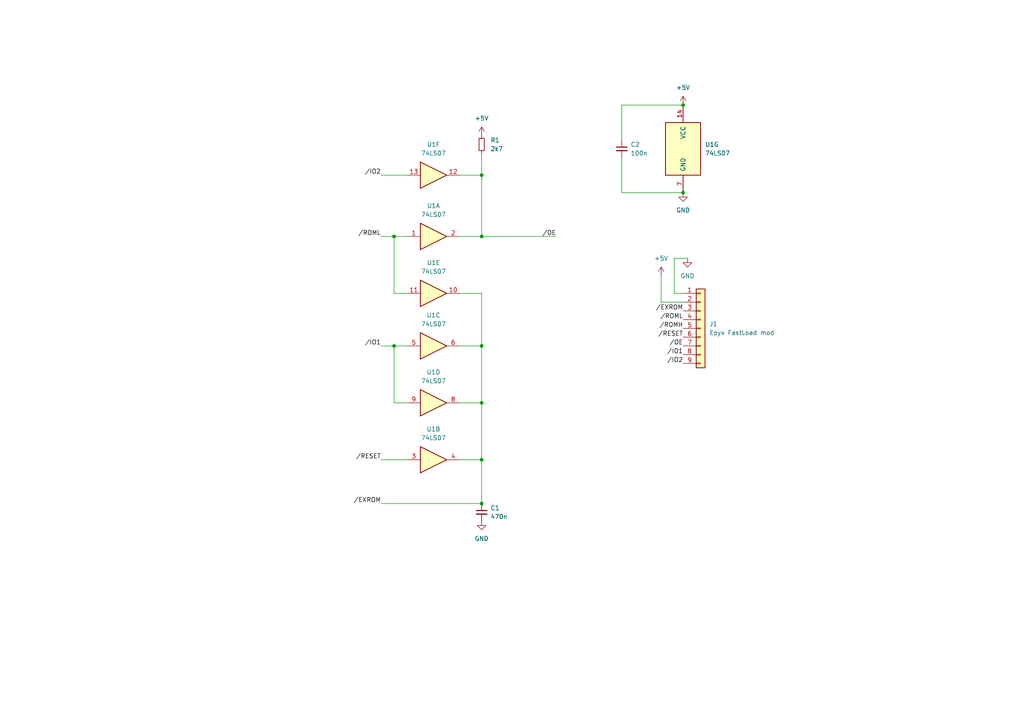
<source format=kicad_sch>
(kicad_sch (version 20230121) (generator eeschema)
  (paper "A4")
  (title_block (title "Epyx FastLoad mod for C64-Cartridge") (date "2023-10-19") (rev "2") (company "FLACO 2023"))
  (lib_symbols
    (symbol "74xx:74LS07" (pin_names (offset 1.016))
      (property "Reference" "U" (at 0 1.27 0))
      (property "Value" "74LS07" (at 0 -1.27 0))
      (symbol "74LS07_1_0"
        (polyline (pts (xy -3.81 3.81) (xy -3.81 -3.81) (xy 3.81 0) (xy -3.81 3.81)) (stroke (width 0.254)) (fill (type background)))
        (pin input line (at -7.62 0 0) (length 3.81) (name "~") (number "1"))
        (pin open_collector line (at 7.62 0 180) (length 3.81) (name "~") (number "2"))
      )
      (symbol "74LS07_2_0"
        (polyline (pts (xy -3.81 3.81) (xy -3.81 -3.81) (xy 3.81 0) (xy -3.81 3.81)) (stroke (width 0.254)) (fill (type background)))
        (pin input line (at -7.62 0 0) (length 3.81) (name "~") (number "3"))
        (pin open_collector line (at 7.62 0 180) (length 3.81) (name "~") (number "4"))
      )
      (symbol "74LS07_3_0"
        (polyline (pts (xy -3.81 3.81) (xy -3.81 -3.81) (xy 3.81 0) (xy -3.81 3.81)) (stroke (width 0.254)) (fill (type background)))
        (pin input line (at -7.62 0 0) (length 3.81) (name "~") (number "5"))
        (pin open_collector line (at 7.62 0 180) (length 3.81) (name "~") (number "6"))
      )
      (symbol "74LS07_4_0"
        (polyline (pts (xy -3.81 3.81) (xy -3.81 -3.81) (xy 3.81 0) (xy -3.81 3.81)) (stroke (width 0.254)) (fill (type background)))
        (pin open_collector line (at 7.62 0 180) (length 3.81) (name "~") (number "8"))
        (pin input line (at -7.62 0 0) (length 3.81) (name "~") (number "9"))
      )
      (symbol "74LS07_5_0"
        (polyline (pts (xy -3.81 3.81) (xy -3.81 -3.81) (xy 3.81 0) (xy -3.81 3.81)) (stroke (width 0.254)) (fill (type background)))
        (pin open_collector line (at 7.62 0 180) (length 3.81) (name "~") (number "10"))
        (pin input line (at -7.62 0 0) (length 3.81) (name "~") (number "11"))
      )
      (symbol "74LS07_6_0"
        (polyline (pts (xy -3.81 3.81) (xy -3.81 -3.81) (xy 3.81 0) (xy -3.81 3.81)) (stroke (width 0.254)) (fill (type background)))
        (pin open_collector line (at 7.62 0 180) (length 3.81) (name "~") (number "12"))
        (pin input line (at -7.62 0 0) (length 3.81) (name "~") (number "13"))
      )
      (symbol "74LS07_7_0"
        (pin power_in line (at 0 12.7 270) (length 5.08) (name "VCC") (number "14"))
        (pin power_in line (at 0 -12.7 90) (length 5.08) (name "GND") (number "7"))
      )
      (symbol "74LS07_7_1"
        (rectangle (start -5.08 7.62) (end 5.08 -7.62) (stroke (width 0.254)) (fill (type background)))
      )
    )
    (symbol "Connector_Generic:Conn_01x09" (pin_names (offset 1.016) hide)
      (property "Reference" "J" (at 0 12.7 0))
      (property "Value" "Conn_01x09" (at 0 -12.7 0))
      (symbol "Conn_01x09_1_1"
        (rectangle (start -1.27 -10.033) (end 0 -10.287) (stroke (width 0.1524)))
        (rectangle (start -1.27 -7.493) (end 0 -7.747) (stroke (width 0.1524)))
        (rectangle (start -1.27 -4.953) (end 0 -5.207) (stroke (width 0.1524)))
        (rectangle (start -1.27 -2.413) (end 0 -2.667) (stroke (width 0.1524)))
        (rectangle (start -1.27 0.127) (end 0 -0.127) (stroke (width 0.1524)))
        (rectangle (start -1.27 2.667) (end 0 2.413) (stroke (width 0.1524)))
        (rectangle (start -1.27 5.207) (end 0 4.953) (stroke (width 0.1524)))
        (rectangle (start -1.27 7.747) (end 0 7.493) (stroke (width 0.1524)))
        (rectangle (start -1.27 10.287) (end 0 10.033) (stroke (width 0.1524)))
        (rectangle (start -1.27 11.43) (end 1.27 -11.43) (stroke (width 0.254)) (fill (type background)))
        (pin passive line (at -5.08 10.16 0) (length 3.81) (name "Pin_1") (number "1"))
        (pin passive line (at -5.08 7.62 0) (length 3.81) (name "Pin_2") (number "2"))
        (pin passive line (at -5.08 5.08 0) (length 3.81) (name "Pin_3") (number "3"))
        (pin passive line (at -5.08 2.54 0) (length 3.81) (name "Pin_4") (number "4"))
        (pin passive line (at -5.08 0 0) (length 3.81) (name "Pin_5") (number "5"))
        (pin passive line (at -5.08 -2.54 0) (length 3.81) (name "Pin_6") (number "6"))
        (pin passive line (at -5.08 -5.08 0) (length 3.81) (name "Pin_7") (number "7"))
        (pin passive line (at -5.08 -7.62 0) (length 3.81) (name "Pin_8") (number "8"))
        (pin passive line (at -5.08 -10.16 0) (length 3.81) (name "Pin_9") (number "9"))
      )
    )
    (symbol "Device:C_Small" (pin_numbers hide) (pin_names (offset 0.254) hide)
      (property "Reference" "C" (at 0.254 1.778 0))
      (property "Value" "C_Small" (at 0.254 -2.032 0))
      (symbol "C_Small_0_1"
        (polyline (pts (xy -1.524 -0.508) (xy 1.524 -0.508)) (stroke (width 0.3302)))
        (polyline (pts (xy -1.524 0.508) (xy 1.524 0.508)) (stroke (width 0.3048)))
      )
      (symbol "C_Small_1_1"
        (pin passive line (at 0 2.54 270) (length 2.032) (name "~") (number "1"))
        (pin passive line (at 0 -2.54 90) (length 2.032) (name "~") (number "2"))
      )
    )
    (symbol "Device:R_Small" (pin_numbers hide) (pin_names (offset 0.254) hide)
      (property "Reference" "R" (at 0.762 0.508 0))
      (property "Value" "R_Small" (at 0.762 -1.016 0))
      (symbol "R_Small_0_1"
        (rectangle (start -0.762 1.778) (end 0.762 -1.778) (stroke (width 0.2032)))
      )
      (symbol "R_Small_1_1"
        (pin passive line (at 0 2.54 270) (length 0.762) (name "~") (number "1"))
        (pin passive line (at 0 -2.54 90) (length 0.762) (name "~") (number "2"))
      )
    )
    (symbol "power:+5V" (power) (pin_names (offset 0))
      (property "Value" "+5V" (at 0 3.556 0))
      (symbol "+5V_0_1"
        (polyline (pts (xy -0.762 1.27) (xy 0 2.54)))
        (polyline (pts (xy 0 0) (xy 0 2.54)))
        (polyline (pts (xy 0 2.54) (xy 0.762 1.27)))
      )
      (symbol "+5V_1_1"
        (pin power_in line (at 0 0 90) (length 0) hide (name "+5V") (number "1"))
      )
    )
    (symbol "power:GND" (power) (pin_names (offset 0))
      (property "Value" "GND" (at 0 -3.81 0))
      (symbol "GND_0_1"
        (polyline (pts (xy 0 0) (xy 0 -1.27) (xy 1.27 -1.27) (xy 0 -2.54) (xy -1.27 -1.27) (xy 0 -1.27)))
      )
      (symbol "GND_1_1"
        (pin power_in line (at 0 0 270) (length 0) hide (name "GND") (number "1"))
      )
    )
  )
  (junction (at 139.7 116.84))
  (junction (at 139.7 50.8))
  (junction (at 139.7 100.33))
  (junction (at 139.7 68.58))
  (junction (at 139.7 146.05))
  (junction (at 198.12 30.48))
  (junction (at 114.3 100.33))
  (junction (at 139.7 133.35))
  (junction (at 114.3 68.58))
  (junction (at 198.12 55.88))
  (wire (pts (xy 114.3 116.84) (xy 114.3 100.33)))
  (wire (pts (xy 114.3 68.58) (xy 118.11 68.58)))
  (wire (pts (xy 139.7 68.58) (xy 161.29 68.58)))
  (wire (pts (xy 195.58 74.93) (xy 199.39 74.93)))
  (wire (pts (xy 110.49 50.8) (xy 118.11 50.8)))
  (wire (pts (xy 114.3 100.33) (xy 118.11 100.33)))
  (wire (pts (xy 110.49 133.35) (xy 118.11 133.35)))
  (wire (pts (xy 198.12 30.48) (xy 180.34 30.48)))
  (wire (pts (xy 191.77 87.63) (xy 191.77 80.01)))
  (wire (pts (xy 198.12 85.09) (xy 195.58 85.09)))
  (wire (pts (xy 118.11 116.84) (xy 114.3 116.84)))
  (wire (pts (xy 139.7 85.09) (xy 139.7 100.33)))
  (wire (pts (xy 139.7 50.8) (xy 139.7 68.58)))
  (wire (pts (xy 180.34 30.48) (xy 180.34 40.64)))
  (wire (pts (xy 139.7 146.05) (xy 110.49 146.05)))
  (wire (pts (xy 139.7 133.35) (xy 139.7 146.05)))
  (wire (pts (xy 198.12 87.63) (xy 191.77 87.63)))
  (wire (pts (xy 133.35 116.84) (xy 139.7 116.84)))
  (wire (pts (xy 133.35 100.33) (xy 139.7 100.33)))
  (wire (pts (xy 118.11 85.09) (xy 114.3 85.09)))
  (wire (pts (xy 195.58 85.09) (xy 195.58 74.93)))
  (wire (pts (xy 114.3 85.09) (xy 114.3 68.58)))
  (wire (pts (xy 139.7 116.84) (xy 139.7 133.35)))
  (wire (pts (xy 110.49 68.58) (xy 114.3 68.58)))
  (wire (pts (xy 139.7 100.33) (xy 139.7 116.84)))
  (wire (pts (xy 133.35 133.35) (xy 139.7 133.35)))
  (wire (pts (xy 139.7 44.45) (xy 139.7 50.8)))
  (wire (pts (xy 110.49 100.33) (xy 114.3 100.33)))
  (wire (pts (xy 139.7 68.58) (xy 133.35 68.58)))
  (wire (pts (xy 139.7 50.8) (xy 133.35 50.8)))
  (wire (pts (xy 180.34 55.88) (xy 198.12 55.88)))
  (wire (pts (xy 180.34 45.72) (xy 180.34 55.88)))
  (wire (pts (xy 133.35 85.09) (xy 139.7 85.09)))
  (label "{slash}OE" (at 161.29 68.58 180))
  (label "{slash}ROML" (at 110.49 68.58 180))
  (label "{slash}EXROM" (at 110.49 146.05 180))
  (label "{slash}IO1" (at 198.12 102.87 180))
  (label "{slash}IO2" (at 198.12 105.41 180))
  (label "{slash}ROML" (at 198.12 92.71 180))
  (label "{slash}IO2" (at 110.49 50.8 180))
  (label "{slash}RESET" (at 198.12 97.79 180))
  (label "{slash}OE" (at 198.12 100.33 180))
  (label "{slash}EXROM" (at 198.12 90.17 180))
  (label "{slash}IO1" (at 110.49 100.33 180))
  (label "{slash}RESET" (at 110.49 133.35 180))
  (label "{slash}ROMH" (at 198.12 95.25 180))
  (symbol (lib_id "power:GND") (at 198.12 55.88 0) (unit 1)
    (property "Reference" "#PWR03" (effects hide))
    (property "Value" "GND" (at 198.12 60.96 0))
  )
  (symbol (lib_id "74xx:74LS07") (at 125.73 116.84 0) (unit 4)
    (property "Reference" "U1" (at 125.73 107.95 0))
    (property "Value" "74LS07" (at 125.73 110.49 0))
    (property "Footprint" "Package_SO:SOIC-14_3.9x8.7mm_P1.27mm" (effects hide))
    (property "Datasheet" "www.ti.com/lit/ds/symlink/sn74ls07.pdf" (effects hide))
  )
  (symbol (lib_id "74xx:74LS07") (at 125.73 100.33 0) (unit 3)
    (property "Reference" "U1" (at 125.73 91.44 0))
    (property "Value" "74LS07" (at 125.73 93.98 0))
    (property "Footprint" "Package_SO:SOIC-14_3.9x8.7mm_P1.27mm" (effects hide))
    (property "Datasheet" "www.ti.com/lit/ds/symlink/sn74ls07.pdf" (effects hide))
  )
  (symbol (lib_id "power:+5V") (at 198.12 30.48 0) (unit 1)
    (property "Reference" "#PWR04" (effects hide))
    (property "Value" "+5V" (at 198.12 25.4 0))
  )
  (symbol (lib_id "power:+5V") (at 191.77 80.01 0) (unit 1)
    (property "Reference" "#PWR02" (effects hide))
    (property "Value" "+5V" (at 191.77 74.93 0))
  )
  (symbol (lib_id "power:GND") (at 199.39 74.93 0) (unit 1)
    (property "Reference" "#PWR01" (effects hide))
    (property "Value" "GND" (at 199.39 80.01 0))
  )
  (symbol (lib_id "Device:C_Small") (at 139.7 148.59 0) (unit 1)
    (property "Reference" "C1" (at 142.24 147.3263 0) (effects (justify left)))
    (property "Value" "470n" (at 142.24 149.8663 0) (effects (justify left)))
    (property "Footprint" "Capacitor_SMD:C_0805_2012Metric" (effects hide))
  )
  (symbol (lib_id "Device:R_Small") (at 139.7 41.91 0) (unit 1)
    (property "Reference" "R1" (at 142.24 40.64 0) (effects (justify left)))
    (property "Value" "2k7" (at 142.24 43.18 0) (effects (justify left)))
    (property "Footprint" "Resistor_SMD:R_0805_2012Metric" (effects hide))
  )
  (symbol (lib_id "74xx:74LS07") (at 125.73 133.35 0) (unit 2)
    (property "Reference" "U1" (at 125.73 124.46 0))
    (property "Value" "74LS07" (at 125.73 127 0))
    (property "Footprint" "Package_SO:SOIC-14_3.9x8.7mm_P1.27mm" (effects hide))
    (property "Datasheet" "www.ti.com/lit/ds/symlink/sn74ls07.pdf" (effects hide))
  )
  (symbol (lib_id "74xx:74LS07") (at 125.73 68.58 0) (unit 1)
    (property "Reference" "U1" (at 125.73 59.69 0))
    (property "Value" "74LS07" (at 125.73 62.23 0))
    (property "Footprint" "Package_SO:SOIC-14_3.9x8.7mm_P1.27mm" (effects hide))
    (property "Datasheet" "www.ti.com/lit/ds/symlink/sn74ls07.pdf" (effects hide))
  )
  (symbol (lib_id "power:GND") (at 139.7 151.13 0) (unit 1)
    (property "Reference" "#PWR05" (effects hide))
    (property "Value" "GND" (at 139.7 156.21 0))
  )
  (symbol (lib_id "74xx:74LS07") (at 198.12 43.18 0) (unit 7)
    (property "Reference" "U1" (at 204.47 41.91 0) (effects (justify left)))
    (property "Value" "74LS07" (at 204.47 44.45 0) (effects (justify left)))
    (property "Footprint" "Package_SO:SOIC-14_3.9x8.7mm_P1.27mm" (effects hide))
    (property "Datasheet" "www.ti.com/lit/ds/symlink/sn74ls07.pdf" (effects hide))
  )
  (symbol (lib_id "74xx:74LS07") (at 125.73 85.09 0) (unit 5)
    (property "Reference" "U1" (at 125.73 76.2 0))
    (property "Value" "74LS07" (at 125.73 78.74 0))
    (property "Footprint" "Package_SO:SOIC-14_3.9x8.7mm_P1.27mm" (effects hide))
    (property "Datasheet" "www.ti.com/lit/ds/symlink/sn74ls07.pdf" (effects hide))
  )
  (symbol (lib_id "74xx:74LS07") (at 125.73 50.8 0) (unit 6)
    (property "Reference" "U1" (at 125.73 41.91 0))
    (property "Value" "74LS07" (at 125.73 44.45 0))
    (property "Footprint" "Package_SO:SOIC-14_3.9x8.7mm_P1.27mm" (effects hide))
    (property "Datasheet" "www.ti.com/lit/ds/symlink/sn74ls07.pdf" (effects hide))
  )
  (symbol (lib_id "power:+5V") (at 139.7 39.37 0) (unit 1)
    (property "Reference" "#PWR06" (effects hide))
    (property "Value" "+5V" (at 139.7 34.29 0))
  )
  (symbol (lib_id "Connector_Generic:Conn_01x09") (at 203.2 95.25 0) (unit 1)
    (property "Reference" "J1" (at 205.74 93.98 0) (effects (justify left)))
    (property "Value" "Epyx FastLoad mod" (at 205.74 96.52 0) (effects (justify left)))
    (property "Footprint" "Connector_PinHeader_1.27mm:PinHeader_1x09_P1.27mm_Vertical" (effects hide))
  )
  (symbol (lib_id "Device:C_Small") (at 180.34 43.18 0) (unit 1)
    (property "Reference" "C2" (at 182.88 41.9163 0) (effects (justify left)))
    (property "Value" "100n" (at 182.88 44.4563 0) (effects (justify left)))
    (property "Footprint" "Capacitor_SMD:C_0805_2012Metric" (effects hide))
  )
)
</source>
